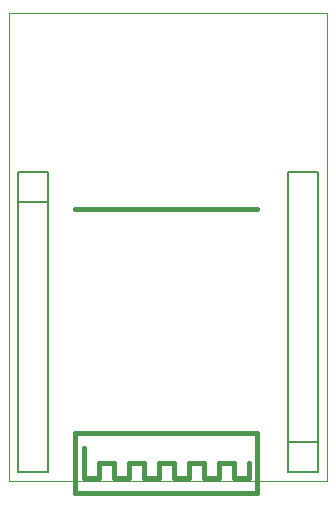
<source format=gbr>
%FSLAX46Y46*%
G04 Gerber Fmt 4.6, Leading zero omitted, Abs format (unit mm)*
G04 Created by KiCad (PCBNEW (2014-jul-16 BZR unknown)-product) date Thu 25 Sep 2014 17:48:40 CEST*
%MOMM*%
G01*
G04 APERTURE LIST*
%ADD10C,0.150000*%
%ADD11C,0.100000*%
%ADD12C,0.381000*%
G04 APERTURE END LIST*
D10*
D11*
X234696000Y-129032000D02*
X234188000Y-129032000D01*
X234696000Y-168656000D02*
X234696000Y-129032000D01*
X234188000Y-168656000D02*
X234696000Y-168656000D01*
X207772000Y-129032000D02*
X207772000Y-129794000D01*
X234188000Y-129032000D02*
X207772000Y-129032000D01*
X207772000Y-168656000D02*
X207772000Y-131318000D01*
X208026000Y-168656000D02*
X207772000Y-168656000D01*
X207772000Y-129794000D02*
X207772000Y-131572000D01*
X208026000Y-168656000D02*
X234188000Y-168656000D01*
D10*
X233934000Y-165354000D02*
X233934000Y-142494000D01*
X233934000Y-142494000D02*
X231394000Y-142494000D01*
X231394000Y-142494000D02*
X231394000Y-165354000D01*
X233934000Y-167894000D02*
X233934000Y-165354000D01*
X233934000Y-165354000D02*
X231394000Y-165354000D01*
X233934000Y-167894000D02*
X231394000Y-167894000D01*
X231394000Y-167894000D02*
X231394000Y-165354000D01*
X208534000Y-145034000D02*
X208534000Y-167894000D01*
X208534000Y-167894000D02*
X211074000Y-167894000D01*
X211074000Y-167894000D02*
X211074000Y-145034000D01*
X208534000Y-142494000D02*
X208534000Y-145034000D01*
X208534000Y-145034000D02*
X211074000Y-145034000D01*
X208534000Y-142494000D02*
X211074000Y-142494000D01*
X211074000Y-142494000D02*
X211074000Y-145034000D01*
D12*
X214122000Y-165862000D02*
X214122000Y-168402000D01*
X214122000Y-168402000D02*
X215392000Y-168402000D01*
X215392000Y-168402000D02*
X215392000Y-167132000D01*
X215392000Y-167132000D02*
X216662000Y-167132000D01*
X216662000Y-167132000D02*
X216662000Y-168402000D01*
X216662000Y-168402000D02*
X217932000Y-168402000D01*
X217932000Y-168402000D02*
X217932000Y-167132000D01*
X217932000Y-167132000D02*
X219202000Y-167132000D01*
X219202000Y-167132000D02*
X219202000Y-168402000D01*
X219202000Y-168402000D02*
X220472000Y-168402000D01*
X220472000Y-168402000D02*
X220472000Y-167132000D01*
X220472000Y-167132000D02*
X221742000Y-167132000D01*
X221742000Y-167132000D02*
X221742000Y-168402000D01*
X221742000Y-168402000D02*
X223012000Y-168402000D01*
X223012000Y-168402000D02*
X223012000Y-167132000D01*
X223012000Y-167132000D02*
X224282000Y-167132000D01*
X224282000Y-167132000D02*
X224282000Y-168402000D01*
X224282000Y-168402000D02*
X225552000Y-168402000D01*
X225552000Y-168402000D02*
X225552000Y-167132000D01*
X225552000Y-167132000D02*
X226822000Y-167132000D01*
X226822000Y-167132000D02*
X226822000Y-168402000D01*
X226822000Y-168402000D02*
X228092000Y-168402000D01*
X228092000Y-168402000D02*
X228092000Y-167132000D01*
X228822000Y-164592000D02*
X213422000Y-164592000D01*
X213422000Y-145672000D02*
X228822000Y-145672000D01*
X228822000Y-164592000D02*
X228822000Y-169672000D01*
X228822000Y-169672000D02*
X213422000Y-169672000D01*
X213422000Y-169672000D02*
X213422000Y-164592000D01*
M02*

</source>
